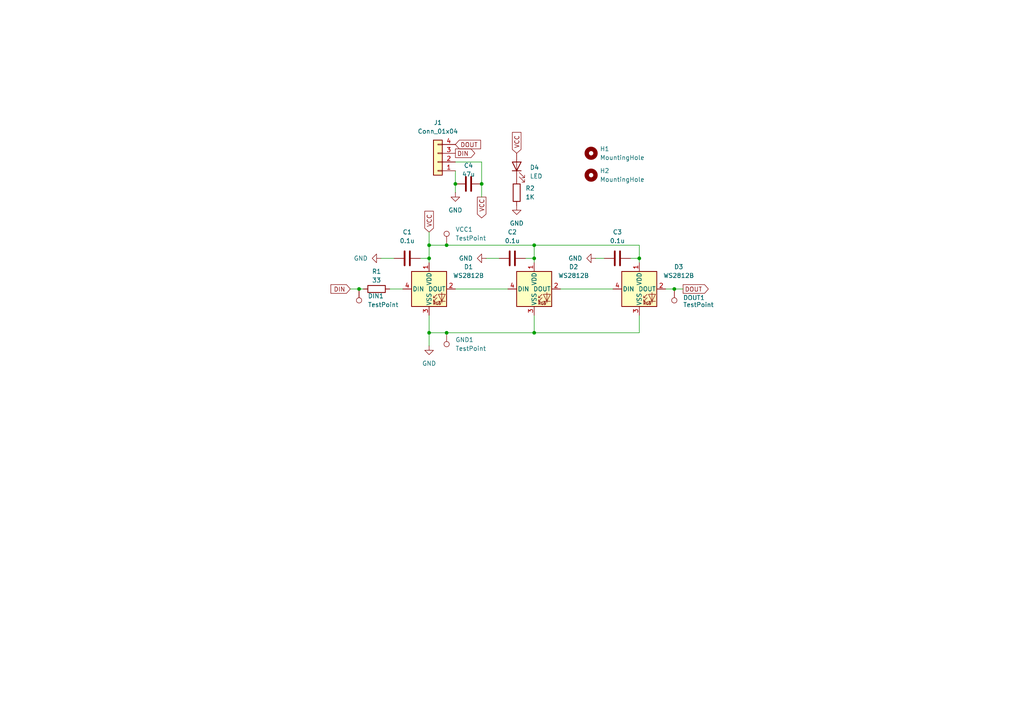
<source format=kicad_sch>
(kicad_sch (version 20250114) (generator "eeschema") (generator_version "9.0")
  (paper "A4")
  (lib_symbols
    (symbol "Connector:TestPoint" (pin_numbers (hide yes)) (pin_names (offset 0.762) (hide yes))
      (property "Reference" "TP" (at 0 6.858 0))
      (property "Value" "TestPoint" (at 0 5.08 0))
      (symbol "TestPoint_0_1"
        (circle (center 0 3.302) (radius 0.762))
      )
      (symbol "TestPoint_1_1"
        (pin passive line (at 0 0 90) (length 2.54) (name "1") (number "1"))
      )
    )
    (symbol "Connector_Generic:Conn_01x04" (pin_names (offset 1.016) (hide yes))
      (property "Reference" "J" (at 0 5.08 0))
      (property "Value" "Conn_01x04" (at 0 -7.62 0))
      (symbol "Conn_01x04_1_1"
        (rectangle (start -1.27 3.81) (end 1.27 -6.35) (stroke (width 0.254)) (fill (type background)))
        (rectangle (start -1.27 2.667) (end 0 2.413) (stroke (width 0.1524)))
        (rectangle (start -1.27 0.127) (end 0 -0.127) (stroke (width 0.1524)))
        (rectangle (start -1.27 -2.413) (end 0 -2.667) (stroke (width 0.1524)))
        (rectangle (start -1.27 -4.953) (end 0 -5.207) (stroke (width 0.1524)))
        (pin passive line (at -5.08 2.54 0) (length 3.81) (name "Pin_1") (number "1"))
        (pin passive line (at -5.08 0 0) (length 3.81) (name "Pin_2") (number "2"))
        (pin passive line (at -5.08 -2.54 0) (length 3.81) (name "Pin_3") (number "3"))
        (pin passive line (at -5.08 -5.08 0) (length 3.81) (name "Pin_4") (number "4"))
      )
    )
    (symbol "Device:C" (pin_numbers (hide yes)) (pin_names (offset 0.254))
      (property "Reference" "C" (at 0.635 2.54 0))
      (property "Value" "C" (at 0.635 -2.54 0))
      (symbol "C_0_1"
        (polyline (pts (xy -2.032 0.762) (xy 2.032 0.762)) (stroke (width 0.508)))
        (polyline (pts (xy -2.032 -0.762) (xy 2.032 -0.762)) (stroke (width 0.508)))
      )
      (symbol "C_1_1"
        (pin passive line (at 0 3.81 270) (length 2.794) (name "~") (number "1"))
        (pin passive line (at 0 -3.81 90) (length 2.794) (name "~") (number "2"))
      )
    )
    (symbol "Device:LED" (pin_numbers (hide yes)) (pin_names (offset 1.016) (hide yes))
      (property "Reference" "D" (at 0 2.54 0))
      (property "Value" "LED" (at 0 -2.54 0))
      (symbol "LED_0_1"
        (polyline (pts (xy -3.048 -0.762) (xy -4.572 -2.286) (xy -3.81 -2.286) (xy -4.572 -2.286) (xy -4.572 -1.524)))
        (polyline (pts (xy -1.778 -0.762) (xy -3.302 -2.286) (xy -2.54 -2.286) (xy -3.302 -2.286) (xy -3.302 -1.524)))
        (polyline (pts (xy -1.27 0) (xy 1.27 0)))
        (polyline (pts (xy -1.27 -1.27) (xy -1.27 1.27)) (stroke (width 0.254)))
        (polyline (pts (xy 1.27 -1.27) (xy 1.27 1.27) (xy -1.27 0) (xy 1.27 -1.27)) (stroke (width 0.254)))
      )
      (symbol "LED_1_1"
        (pin passive line (at -3.81 0 0) (length 2.54) (name "K") (number "1"))
        (pin passive line (at 3.81 0 180) (length 2.54) (name "A") (number "2"))
      )
    )
    (symbol "Device:R" (pin_numbers (hide yes)) (pin_names (offset 0))
      (property "Reference" "R" (at 2.032 0 90))
      (property "Value" "R" (at 0 0 90))
      (symbol "R_0_1"
        (rectangle (start -1.016 -2.54) (end 1.016 2.54) (stroke (width 0.254)))
      )
      (symbol "R_1_1"
        (pin passive line (at 0 3.81 270) (length 1.27) (name "~") (number "1"))
        (pin passive line (at 0 -3.81 90) (length 1.27) (name "~") (number "2"))
      )
    )
    (symbol "LED:WS2812B" (pin_names (offset 0.254))
      (property "Reference" "D" (at 5.08 5.715 0))
      (property "Value" "WS2812B" (at 1.27 -5.715 0))
      (symbol "WS2812B_0_0"
        (text "RGB" (at 2.286 -4.191 0) (effects (font (size 0.762 0.762))))
      )
      (symbol "WS2812B_0_1"
        (polyline (pts (xy 1.27 -2.54) (xy 1.778 -2.54)))
        (polyline (pts (xy 1.27 -3.556) (xy 1.778 -3.556)))
        (polyline (pts (xy 2.286 -1.524) (xy 1.27 -2.54) (xy 1.27 -2.032)))
        (polyline (pts (xy 2.286 -2.54) (xy 1.27 -3.556) (xy 1.27 -3.048)))
        (polyline (pts (xy 3.683 -1.016) (xy 3.683 -3.556) (xy 3.683 -4.064)))
        (polyline (pts (xy 4.699 -1.524) (xy 2.667 -1.524) (xy 3.683 -3.556) (xy 4.699 -1.524)))
        (polyline (pts (xy 4.699 -3.556) (xy 2.667 -3.556)))
        (rectangle (start 5.08 5.08) (end -5.08 -5.08) (stroke (width 0.254)) (fill (type background)))
      )
      (symbol "WS2812B_1_1"
        (pin input line (at -7.62 0 0) (length 2.54) (name "DIN") (number "4"))
        (pin power_in line (at 0 7.62 270) (length 2.54) (name "VDD") (number "1"))
        (pin power_in line (at 0 -7.62 90) (length 2.54) (name "VSS") (number "3"))
        (pin output line (at 7.62 0 180) (length 2.54) (name "DOUT") (number "2"))
      )
    )
    (symbol "Mechanical:MountingHole" (pin_names (offset 1.016)) (exclude_from_sim yes) (in_bom no)
      (property "Reference" "H" (at 0 5.08 0))
      (property "Value" "MountingHole" (at 0 3.175 0))
      (symbol "MountingHole_0_1"
        (circle (center 0 0) (radius 1.27) (stroke (width 1.27)))
      )
    )
    (symbol "power:GND" (power) (pin_numbers (hide yes)) (pin_names (offset 0) (hide yes))
      (property "Value" "GND" (at 0 -3.81 0))
      (symbol "GND_0_1"
        (polyline (pts (xy 0 0) (xy 0 -1.27) (xy 1.27 -1.27) (xy 0 -2.54) (xy -1.27 -1.27) (xy 0 -1.27)))
      )
      (symbol "GND_1_1"
        (pin power_in line (at 0 0 270) (length 0) (name "~") (number "1"))
      )
    )
  )
  (junction (at 132.08 53.34))
  (junction (at 139.7 53.34))
  (junction (at 124.46 74.93))
  (junction (at 185.42 74.93))
  (junction (at 154.94 74.93))
  (junction (at 129.54 71.12))
  (junction (at 154.94 96.52))
  (junction (at 124.46 71.12))
  (junction (at 129.54 96.52))
  (junction (at 195.58 83.82))
  (junction (at 124.46 96.52))
  (junction (at 154.94 71.12))
  (junction (at 104.14 83.82))
  (wire (pts (xy 132.08 53.34) (xy 132.08 49.53)))
  (wire (pts (xy 154.94 74.93) (xy 154.94 76.2)))
  (wire (pts (xy 152.4 74.93) (xy 154.94 74.93)))
  (wire (pts (xy 113.03 83.82) (xy 116.84 83.82)))
  (wire (pts (xy 104.14 83.82) (xy 105.41 83.82)))
  (wire (pts (xy 132.08 83.82) (xy 147.32 83.82)))
  (wire (pts (xy 154.94 96.52) (xy 154.94 91.44)))
  (wire (pts (xy 139.7 46.99) (xy 139.7 53.34)))
  (wire (pts (xy 124.46 76.2) (xy 124.46 74.93)))
  (wire (pts (xy 185.42 74.93) (xy 185.42 76.2)))
  (wire (pts (xy 132.08 46.99) (xy 139.7 46.99)))
  (wire (pts (xy 154.94 71.12) (xy 185.42 71.12)))
  (wire (pts (xy 195.58 83.82) (xy 198.12 83.82)))
  (wire (pts (xy 124.46 96.52) (xy 124.46 100.33)))
  (wire (pts (xy 172.72 74.93) (xy 175.26 74.93)))
  (wire (pts (xy 110.49 74.93) (xy 114.3 74.93)))
  (wire (pts (xy 121.92 74.93) (xy 124.46 74.93)))
  (wire (pts (xy 154.94 71.12) (xy 154.94 74.93)))
  (wire (pts (xy 185.42 71.12) (xy 185.42 74.93)))
  (wire (pts (xy 124.46 96.52) (xy 129.54 96.52)))
  (wire (pts (xy 124.46 74.93) (xy 124.46 71.12)))
  (wire (pts (xy 129.54 71.12) (xy 154.94 71.12)))
  (wire (pts (xy 124.46 91.44) (xy 124.46 96.52)))
  (wire (pts (xy 162.56 83.82) (xy 177.8 83.82)))
  (wire (pts (xy 185.42 96.52) (xy 185.42 91.44)))
  (wire (pts (xy 182.88 74.93) (xy 185.42 74.93)))
  (wire (pts (xy 129.54 96.52) (xy 154.94 96.52)))
  (wire (pts (xy 140.97 74.93) (xy 144.78 74.93)))
  (wire (pts (xy 154.94 96.52) (xy 185.42 96.52)))
  (wire (pts (xy 193.04 83.82) (xy 195.58 83.82)))
  (wire (pts (xy 132.08 55.88) (xy 132.08 53.34)))
  (wire (pts (xy 101.6 83.82) (xy 104.14 83.82)))
  (wire (pts (xy 124.46 67.31) (xy 124.46 71.12)))
  (wire (pts (xy 124.46 71.12) (xy 129.54 71.12)))
  (wire (pts (xy 139.7 53.34) (xy 139.7 57.15)))
  (global_label "DIN" (shape input) (at 101.6 83.82 180) (property "Intersheetrefs" "${INTERSHEET_REFS}" (effects (hide yes))))
  (global_label "VCC" (shape input) (at 149.86 44.45 90) (property "Intersheetrefs" "${INTERSHEET_REFS}" (effects (hide yes))))
  (global_label "DOUT" (shape output) (at 198.12 83.82 0) (property "Intersheetrefs" "${INTERSHEET_REFS}" (effects (hide yes))))
  (global_label "DIN" (shape output) (at 132.08 44.45 0) (property "Intersheetrefs" "${INTERSHEET_REFS}" (effects (hide yes))))
  (global_label "VCC" (shape output) (at 139.7 57.15 270) (property "Intersheetrefs" "${INTERSHEET_REFS}" (effects (hide yes))))
  (global_label "DOUT" (shape input) (at 132.08 41.91 0) (property "Intersheetrefs" "${INTERSHEET_REFS}" (effects (hide yes))))
  (global_label "VCC" (shape input) (at 124.46 67.31 90) (property "Intersheetrefs" "${INTERSHEET_REFS}" (effects (hide yes))))
  (symbol (lib_id "Device:LED") (at 149.86 48.26 90) (unit 1)
    (property "Reference" "D4" (at 153.67 48.5774 90) (effects (justify right)))
    (property "Value" "LED" (at 153.67 51.1174 90) (effects (justify right)))
    (property "Footprint" "LED_SMD:LED_0603_1608Metric_Pad1.05x0.95mm_HandSolder" (effects (hide yes)))
    (property "Description" "Light emitting diode" (effects (hide yes)))
    (property "Sim.Pins" "1=K 2=A" (effects (hide yes)))
  )
  (symbol (lib_id "Device:C") (at 118.11 74.93 90) (unit 1)
    (property "Reference" "C1" (at 118.11 67.31 90))
    (property "Value" "0.1u" (at 118.11 69.85 90))
    (property "Footprint" "Capacitor_SMD:C_0603_1608Metric_Pad1.08x0.95mm_HandSolder" (effects (hide yes)))
    (property "Description" "Unpolarized capacitor" (effects (hide yes)))
  )
  (symbol (lib_id "Device:R") (at 109.22 83.82 90) (unit 1)
    (property "Reference" "R1" (at 109.22 78.74 90))
    (property "Value" "33" (at 109.22 81.28 90))
    (property "Footprint" "Resistor_SMD:R_0402_1005Metric_Pad0.72x0.64mm_HandSolder" (effects (hide yes)))
    (property "Description" "Resistor" (effects (hide yes)))
  )
  (symbol (lib_id "Mechanical:MountingHole") (at 171.45 44.45 0) (unit 1) (exclude_from_sim yes) (in_bom no)
    (property "Reference" "H1" (at 173.99 43.1799 0) (effects (justify left)))
    (property "Value" "MountingHole" (at 173.99 45.7199 0) (effects (justify left)))
    (property "Footprint" "MountingHole:MountingHole_3.2mm_M3" (effects (hide yes)))
    (property "Description" "Mounting Hole without connection" (effects (hide yes)))
  )
  (symbol (lib_id "LED:WS2812B") (at 185.42 83.82 0) (unit 1)
    (property "Reference" "D3" (at 196.85 77.3998 0))
    (property "Value" "WS2812B" (at 196.85 79.9398 0))
    (property "Footprint" "LED_SMD:LED_WS2812B_PLCC4_5.0x5.0mm_P3.2mm" (effects (hide yes)))
    (property "Datasheet" "https://cdn-shop.adafruit.com/datasheets/WS2812B.pdf" (effects (hide yes)))
    (property "Description" "RGB LED with integrated controller" (effects (hide yes)))
  )
  (symbol (lib_id "Connector:TestPoint") (at 104.14 83.82 180) (unit 1)
    (property "Reference" "DIN1" (at 106.68 85.8519 0) (effects (justify right)))
    (property "Value" "TestPoint" (at 106.68 88.3919 0) (effects (justify right)))
    (property "Footprint" "TestPoint:TestPoint_Pad_D1.5mm" (effects (hide yes)))
    (property "Description" "test point" (effects (hide yes)))
  )
  (symbol (lib_id "Connector:TestPoint") (at 195.58 83.82 180) (unit 1)
    (property "Reference" "DOUT1" (at 198.12 86.36 0) (effects (justify right)))
    (property "Value" "TestPoint" (at 198.12 88.3919 0) (effects (justify right)))
    (property "Footprint" "TestPoint:TestPoint_Pad_D1.5mm" (effects (hide yes)))
    (property "Description" "test point" (effects (hide yes)))
  )
  (symbol (lib_id "Device:C") (at 148.59 74.93 90) (unit 1)
    (property "Reference" "C2" (at 148.59 67.31 90))
    (property "Value" "0.1u" (at 148.59 69.85 90))
    (property "Footprint" "Capacitor_SMD:C_0603_1608Metric_Pad1.08x0.95mm_HandSolder" (effects (hide yes)))
    (property "Description" "Unpolarized capacitor" (effects (hide yes)))
  )
  (symbol (lib_id "power:GND") (at 124.46 100.33 0) (unit 1)
    (property "Reference" "#PWR01" (effects (hide yes)))
    (property "Value" "GND" (at 124.46 105.41 0))
    (property "Description" "Power symbol creates a global label with name \"GND\" , ground" (effects (hide yes)))
  )
  (symbol (lib_id "LED:WS2812B") (at 154.94 83.82 0) (unit 1)
    (property "Reference" "D2" (at 166.37 77.3998 0))
    (property "Value" "WS2812B" (at 166.37 79.9398 0))
    (property "Footprint" "LED_SMD:LED_WS2812B_PLCC4_5.0x5.0mm_P3.2mm" (effects (hide yes)))
    (property "Datasheet" "https://cdn-shop.adafruit.com/datasheets/WS2812B.pdf" (effects (hide yes)))
    (property "Description" "RGB LED with integrated controller" (effects (hide yes)))
  )
  (symbol (lib_id "Device:R") (at 149.86 55.88 0) (unit 1)
    (property "Reference" "R2" (at 152.4 54.6099 0) (effects (justify left)))
    (property "Value" "1K" (at 152.4 57.1499 0) (effects (justify left)))
    (property "Footprint" "Resistor_SMD:R_0603_1608Metric_Pad0.98x0.95mm_HandSolder" (effects (hide yes)))
    (property "Description" "Resistor" (effects (hide yes)))
  )
  (symbol (lib_id "Device:C") (at 135.89 53.34 90) (unit 1)
    (property "Reference" "C4" (at 135.89 48.006 90))
    (property "Value" "47u" (at 135.89 50.546 90))
    (property "Footprint" "Capacitor_THT:CP_Radial_D5.0mm_P2.00mm" (effects (hide yes)))
    (property "Description" "Unpolarized capacitor" (effects (hide yes)))
  )
  (symbol (lib_id "Connector:TestPoint") (at 129.54 71.12 0) (unit 1)
    (property "Reference" "VCC1" (at 132.08 66.5479 0) (effects (justify left)))
    (property "Value" "TestPoint" (at 132.08 69.0879 0) (effects (justify left)))
    (property "Footprint" "TestPoint:TestPoint_Pad_D1.5mm" (effects (hide yes)))
    (property "Description" "test point" (effects (hide yes)))
  )
  (symbol (lib_id "power:GND") (at 140.97 74.93 270) (unit 1)
    (property "Reference" "#PWR03" (effects (hide yes)))
    (property "Value" "GND" (at 137.16 74.9299 90) (effects (justify right)))
    (property "Description" "Power symbol creates a global label with name \"GND\" , ground" (effects (hide yes)))
  )
  (symbol (lib_id "power:GND") (at 132.08 55.88 0) (unit 1)
    (property "Reference" "#PWR05" (effects (hide yes)))
    (property "Value" "GND" (at 132.08 60.96 0))
    (property "Description" "Power symbol creates a global label with name \"GND\" , ground" (effects (hide yes)))
  )
  (symbol (lib_id "power:GND") (at 149.86 59.69 0) (unit 1)
    (property "Reference" "#PWR06" (effects (hide yes)))
    (property "Value" "GND" (at 149.86 64.77 0))
    (property "Description" "Power symbol creates a global label with name \"GND\" , ground" (effects (hide yes)))
  )
  (symbol (lib_id "Connector_Generic:Conn_01x04") (at 127 46.99 180) (unit 1)
    (property "Reference" "J1" (at 127 35.56 0))
    (property "Value" "Conn_01x04" (at 127 38.1 0))
    (property "Footprint" "Connector_PinSocket_2.54mm:PinSocket_1x04_P2.54mm_Vertical" (effects (hide yes)))
    (property "Description" "Generic connector, single row, 01x04, script generated (kicad-library-utils/schlib/autogen/connector/)" (effects (hide yes)))
  )
  (symbol (lib_id "LED:WS2812B") (at 124.46 83.82 0) (unit 1)
    (property "Reference" "D1" (at 135.89 77.3998 0))
    (property "Value" "WS2812B" (at 135.89 79.9398 0))
    (property "Footprint" "LED_SMD:LED_WS2812B_PLCC4_5.0x5.0mm_P3.2mm" (effects (hide yes)))
    (property "Datasheet" "https://cdn-shop.adafruit.com/datasheets/WS2812B.pdf" (effects (hide yes)))
    (property "Description" "RGB LED with integrated controller" (effects (hide yes)))
  )
  (symbol (lib_id "power:GND") (at 172.72 74.93 270) (unit 1)
    (property "Reference" "#PWR04" (effects (hide yes)))
    (property "Value" "GND" (at 168.91 74.9299 90) (effects (justify right)))
    (property "Description" "Power symbol creates a global label with name \"GND\" , ground" (effects (hide yes)))
  )
  (symbol (lib_id "Mechanical:MountingHole") (at 171.45 50.8 0) (unit 1) (exclude_from_sim yes) (in_bom no)
    (property "Reference" "H2" (at 173.99 49.5299 0) (effects (justify left)))
    (property "Value" "MountingHole" (at 173.99 52.0699 0) (effects (justify left)))
    (property "Footprint" "MountingHole:MountingHole_3.2mm_M3" (effects (hide yes)))
    (property "Description" "Mounting Hole without connection" (effects (hide yes)))
  )
  (symbol (lib_id "Connector:TestPoint") (at 129.54 96.52 180) (unit 1)
    (property "Reference" "GND1" (at 132.08 98.5519 0) (effects (justify right)))
    (property "Value" "TestPoint" (at 132.08 101.0919 0) (effects (justify right)))
    (property "Footprint" "TestPoint:TestPoint_Pad_D1.5mm" (effects (hide yes)))
    (property "Description" "test point" (effects (hide yes)))
  )
  (symbol (lib_id "Device:C") (at 179.07 74.93 90) (unit 1)
    (property "Reference" "C3" (at 179.07 67.31 90))
    (property "Value" "0.1u" (at 179.07 69.85 90))
    (property "Footprint" "Capacitor_SMD:C_0603_1608Metric_Pad1.08x0.95mm_HandSolder" (effects (hide yes)))
    (property "Description" "Unpolarized capacitor" (effects (hide yes)))
  )
  (symbol (lib_id "power:GND") (at 110.49 74.93 270) (unit 1)
    (property "Reference" "#PWR02" (effects (hide yes)))
    (property "Value" "GND" (at 106.68 74.9299 90) (effects (justify right)))
    (property "Description" "Power symbol creates a global label with name \"GND\" , ground" (effects (hide yes)))
  )
)
</source>
